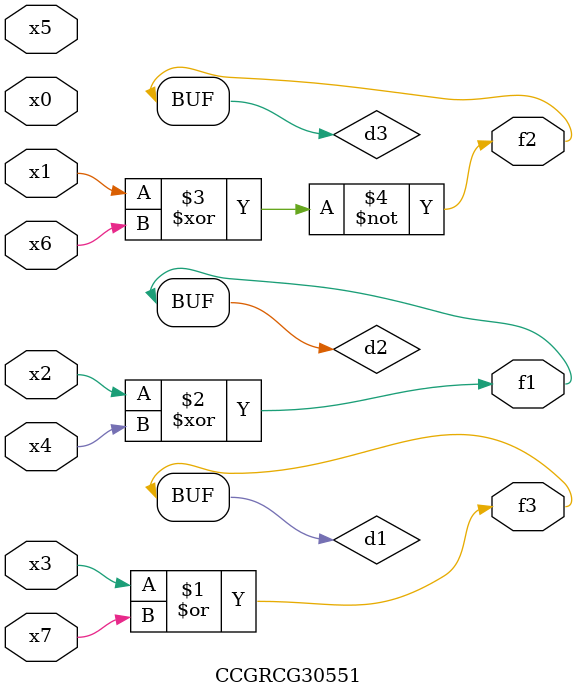
<source format=v>
module CCGRCG30551(
	input x0, x1, x2, x3, x4, x5, x6, x7,
	output f1, f2, f3
);

	wire d1, d2, d3;

	or (d1, x3, x7);
	xor (d2, x2, x4);
	xnor (d3, x1, x6);
	assign f1 = d2;
	assign f2 = d3;
	assign f3 = d1;
endmodule

</source>
